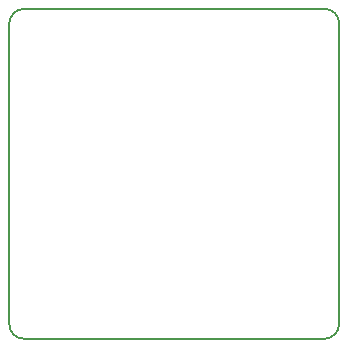
<source format=gko>
%TF.GenerationSoftware,KiCad,Pcbnew,4.0.5-e0-6337~49~ubuntu16.04.1*%
%TF.CreationDate,2017-07-20T10:50:06-07:00*%
%TF.ProjectId,mcp73871-battery-mgmt-breakout,6D637037333837312D62617474657279,1.0*%
%TF.FileFunction,Profile,NP*%
%FSLAX46Y46*%
G04 Gerber Fmt 4.6, Leading zero omitted, Abs format (unit mm)*
G04 Created by KiCad (PCBNEW 4.0.5-e0-6337~49~ubuntu16.04.1) date Thu Jul 20 10:50:06 2017*
%MOMM*%
%LPD*%
G01*
G04 APERTURE LIST*
%ADD10C,0.350000*%
%ADD11C,0.152400*%
G04 APERTURE END LIST*
D10*
D11*
X142240000Y-74930000D02*
G75*
G03X140970000Y-73660000I-1270000J0D01*
G01*
X140970000Y-101600000D02*
G75*
G03X142240000Y-100330000I0J1270000D01*
G01*
X114300000Y-100330000D02*
G75*
G03X115570000Y-101600000I1270000J0D01*
G01*
X115570000Y-73660000D02*
G75*
G03X114300000Y-74930000I0J-1270000D01*
G01*
X115570000Y-73660000D02*
X140970000Y-73660000D01*
X114300000Y-100330000D02*
X114300000Y-74930000D01*
X141033500Y-101600000D02*
X115570000Y-101600000D01*
X142240000Y-74930000D02*
X142240000Y-100393500D01*
M02*

</source>
